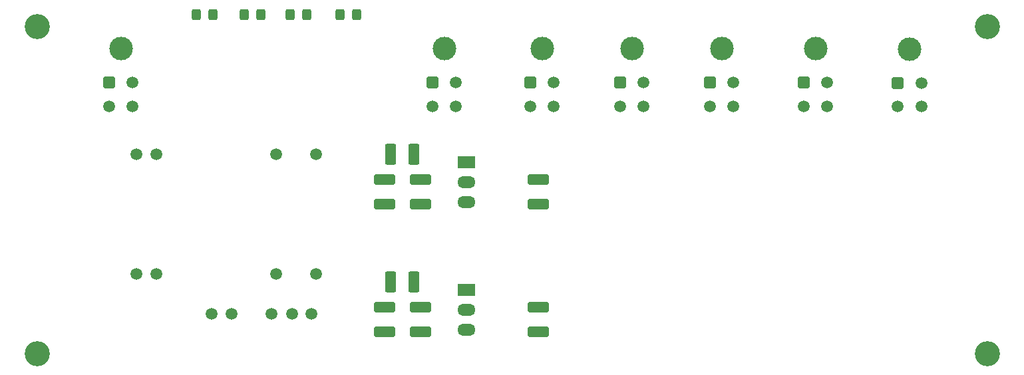
<source format=gbr>
%TF.GenerationSoftware,KiCad,Pcbnew,(6.0.1)*%
%TF.CreationDate,2022-06-01T15:29:54+03:00*%
%TF.ProjectId,Supply_Power,53757070-6c79-45f5-906f-7765722e6b69,rev?*%
%TF.SameCoordinates,Original*%
%TF.FileFunction,Soldermask,Top*%
%TF.FilePolarity,Negative*%
%FSLAX46Y46*%
G04 Gerber Fmt 4.6, Leading zero omitted, Abs format (unit mm)*
G04 Created by KiCad (PCBNEW (6.0.1)) date 2022-06-01 15:29:54*
%MOMM*%
%LPD*%
G01*
G04 APERTURE LIST*
G04 Aperture macros list*
%AMRoundRect*
0 Rectangle with rounded corners*
0 $1 Rounding radius*
0 $2 $3 $4 $5 $6 $7 $8 $9 X,Y pos of 4 corners*
0 Add a 4 corners polygon primitive as box body*
4,1,4,$2,$3,$4,$5,$6,$7,$8,$9,$2,$3,0*
0 Add four circle primitives for the rounded corners*
1,1,$1+$1,$2,$3*
1,1,$1+$1,$4,$5*
1,1,$1+$1,$6,$7*
1,1,$1+$1,$8,$9*
0 Add four rect primitives between the rounded corners*
20,1,$1+$1,$2,$3,$4,$5,0*
20,1,$1+$1,$4,$5,$6,$7,0*
20,1,$1+$1,$6,$7,$8,$9,0*
20,1,$1+$1,$8,$9,$2,$3,0*%
G04 Aperture macros list end*
%ADD10C,3.200000*%
%ADD11C,3.000000*%
%ADD12RoundRect,0.250001X-0.499999X-0.499999X0.499999X-0.499999X0.499999X0.499999X-0.499999X0.499999X0*%
%ADD13C,1.500000*%
%ADD14RoundRect,0.250000X0.325000X0.450000X-0.325000X0.450000X-0.325000X-0.450000X0.325000X-0.450000X0*%
%ADD15RoundRect,0.250000X-1.100000X0.412500X-1.100000X-0.412500X1.100000X-0.412500X1.100000X0.412500X0*%
%ADD16R,2.300000X1.500000*%
%ADD17O,2.300000X1.500000*%
%ADD18RoundRect,0.250000X1.100000X-0.412500X1.100000X0.412500X-1.100000X0.412500X-1.100000X-0.412500X0*%
%ADD19RoundRect,0.250001X-0.462499X-1.074999X0.462499X-1.074999X0.462499X1.074999X-0.462499X1.074999X0*%
G04 APERTURE END LIST*
D10*
%TO.C,H2*%
X160020000Y-27432000D03*
%TD*%
D11*
%TO.C,J7*%
X126238000Y-30269000D03*
D12*
X124738000Y-34589000D03*
D13*
X127738000Y-34589000D03*
X124738000Y-37589000D03*
X127738000Y-37589000D03*
%TD*%
D14*
%TO.C,D6*%
X67573000Y-25908000D03*
X65523000Y-25908000D03*
%TD*%
D13*
%TO.C,D3*%
X51746000Y-58928000D03*
X54286000Y-58928000D03*
X69526000Y-58928000D03*
X74606000Y-58928000D03*
X74606000Y-43688000D03*
X69526000Y-43688000D03*
X54286000Y-43688000D03*
X51746000Y-43688000D03*
%TD*%
D11*
%TO.C,J3*%
X90932000Y-30269000D03*
D12*
X89432000Y-34589000D03*
D13*
X92432000Y-34589000D03*
X89432000Y-37589000D03*
X92432000Y-37589000D03*
%TD*%
D11*
%TO.C,J5*%
X103378000Y-30269000D03*
D12*
X101878000Y-34589000D03*
D13*
X104878000Y-34589000D03*
X101878000Y-37589000D03*
X104878000Y-37589000D03*
%TD*%
D15*
%TO.C,C8*%
X83312000Y-46951500D03*
X83312000Y-50076500D03*
%TD*%
%TO.C,C12*%
X87884000Y-63207500D03*
X87884000Y-66332500D03*
%TD*%
D10*
%TO.C,H4*%
X39116000Y-69088000D03*
%TD*%
D14*
%TO.C,D4*%
X79765000Y-25908000D03*
X77715000Y-25908000D03*
%TD*%
D16*
%TO.C,U2*%
X93726000Y-60960000D03*
D17*
X93726000Y-63500000D03*
X93726000Y-66040000D03*
%TD*%
D15*
%TO.C,C9*%
X87884000Y-46951500D03*
X87884000Y-50076500D03*
%TD*%
D18*
%TO.C,C13*%
X102870000Y-66332500D03*
X102870000Y-63207500D03*
%TD*%
D13*
%TO.C,D2*%
X61375000Y-64032000D03*
X63915000Y-64032000D03*
X68995000Y-64032000D03*
X71565000Y-64032000D03*
X74075000Y-64032000D03*
%TD*%
D10*
%TO.C,H3*%
X160020000Y-69088000D03*
%TD*%
D16*
%TO.C,U1*%
X93726000Y-44704000D03*
D17*
X93726000Y-47244000D03*
X93726000Y-49784000D03*
%TD*%
D14*
%TO.C,D7*%
X61477000Y-25908000D03*
X59427000Y-25908000D03*
%TD*%
D11*
%TO.C,J1*%
X138176000Y-30269000D03*
D12*
X136676000Y-34589000D03*
D13*
X139676000Y-34589000D03*
X136676000Y-37589000D03*
X139676000Y-37589000D03*
%TD*%
D11*
%TO.C,J2*%
X49784000Y-30269000D03*
D12*
X48284000Y-34589000D03*
D13*
X51284000Y-34589000D03*
X48284000Y-37589000D03*
X51284000Y-37589000D03*
%TD*%
D10*
%TO.C,H1*%
X39116000Y-27432000D03*
%TD*%
D11*
%TO.C,J4*%
X150138000Y-30314000D03*
D12*
X148638000Y-34634000D03*
D13*
X151638000Y-34634000D03*
X148638000Y-37634000D03*
X151638000Y-37634000D03*
%TD*%
D18*
%TO.C,C10*%
X102870000Y-50076500D03*
X102870000Y-46951500D03*
%TD*%
D19*
%TO.C,L4*%
X84110500Y-59944000D03*
X87085500Y-59944000D03*
%TD*%
D15*
%TO.C,C11*%
X83312000Y-63207500D03*
X83312000Y-66332500D03*
%TD*%
D14*
%TO.C,D5*%
X73415000Y-25908000D03*
X71365000Y-25908000D03*
%TD*%
D11*
%TO.C,J6*%
X114808000Y-30269000D03*
D12*
X113308000Y-34589000D03*
D13*
X116308000Y-34589000D03*
X113308000Y-37589000D03*
X116308000Y-37589000D03*
%TD*%
D19*
%TO.C,L3*%
X84110500Y-43688000D03*
X87085500Y-43688000D03*
%TD*%
M02*

</source>
